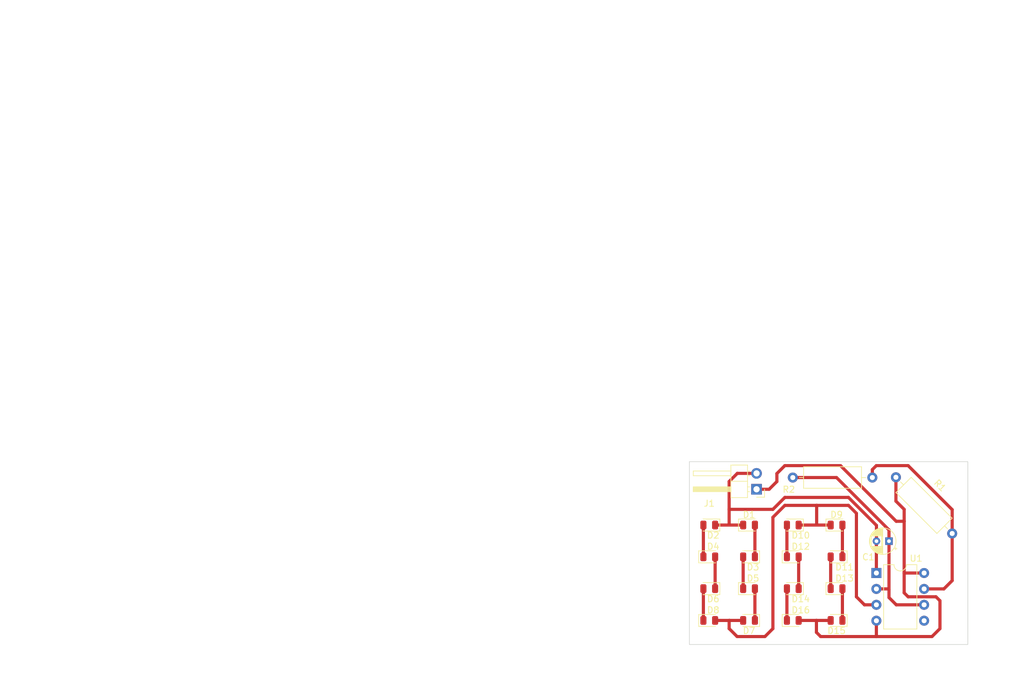
<source format=kicad_pcb>
(kicad_pcb (version 20221018) (generator pcbnew)
  (title_block (date "16.03.2023") (rev "0.1") (company "DOSTI Innovation Centre") (comment 2 "Esmaganbet D.A.") (comment 3 "Molganov A.A.") (comment 4 "Vafaev A.R.") (comment 5 "Molganov A.A.") (comment 6 "Molganov A.A.") (comment 7 "LED Matrix Development Board version 0.1"))
  (layers (0 "F.Cu" signal) (31 "B.Cu" signal) (34 "B.Paste" user) (35 "F.Paste" user) (36 "B.SilkS" user "B.Silkscreen") (37 "F.SilkS" user "F.Silkscreen") (38 "B.Mask" user) (39 "F.Mask" user) (44 "Edge.Cuts" user))
  (net 0 "")
  (net 1 "Net-(C1-Pad1)")
  (net 2 "Net-(C1-Pad2)")
  (net 3 "Net-(D1-Pad2)")
  (net 4 "Net-(D2-Pad2)")
  (net 5 "Net-(D3-Pad2)")
  (net 6 "Net-(D5-Pad2)")
  (net 7 "Net-(D6-Pad2)")
  (net 8 "Net-(D4-Pad2)")
  (net 9 "Net-(R1-Pad2)")
  (net 11 "Net-(D10-Pad1)")
  (net 12 "Net-(D11-Pad1)")
  (net 13 "Net-(D10-Pad2)")
  (net 14 "Net-(D11-Pad2)")
  (net 15 "Net-(D12-Pad2)")
  (net 16 "Net-(D13-Pad2)")
  (net 17 "Net-(D14-Pad2)")
  (net 18 "Net-(D15-Pad2)")
  (footprint "Resistor_THT:R_Axial_DIN0309_L9.0mm_D3.2mm_P12.70mm_Horizontal" (layer "F.Cu") (at 152.2816 91.3216 180)
    (fp_text reference "R2" (at 13.335 -1.905) (layer "F.SilkS"))
    (fp_text value "22k Ohm")
    (fp_line (start 1.04 0) (end 1.73 0) (stroke (width 0.12)) (layer "F.SilkS"))
    (fp_line (start 1.73 -1.72) (end 1.73 1.72) (stroke (width 0.12)) (layer "F.SilkS"))
    (fp_line (start 1.73 1.72) (end 10.97 1.72) (stroke (width 0.12)) (layer "F.SilkS"))
    (fp_line (start 10.97 -1.72) (end 1.73 -1.72) (stroke (width 0.12)) (layer "F.SilkS"))
    (fp_line (start 10.97 1.72) (end 10.97 -1.72) (stroke (width 0.12)) (layer "F.SilkS"))
    (fp_line (start 11.66 0) (end 10.97 0) (stroke (width 0.12)) (layer "F.SilkS"))
    (pad "1" thru_hole circle (at 0 0 180) (size 1.6 1.6) (drill 0.8) (layers "*.Cu" "*.Mask") (net 9 "Net-(R1-Pad2)"))
    (pad "2" thru_hole oval (at 12.7 0 180) (size 1.6 1.6) (drill 0.8) (layers "*.Cu" "*.Mask") (net 1 "Net-(C1-Pad1)"))
  )
  (footprint "LED_SMD:LED_0805_2012Metric" (layer "F.Cu") (at 126.2466 114.1466)
    (fp_text reference "D8" (at 0.635 -1.65) (layer "F.SilkS"))
    (fp_text value "LED")
    (fp_line (start -1.685 -0.96) (end -1.685 0.96) (stroke (width 0.12)) (layer "F.SilkS"))
    (fp_line (start -1.685 0.96) (end 1 0.96) (stroke (width 0.12)) (layer "F.SilkS"))
    (fp_line (start 1 -0.96) (end -1.685 -0.96) (stroke (width 0.12)) (layer "F.SilkS"))
    (pad "1" smd roundrect (at -0.9375 0) (size 0.975 1.4) (layers "F.Cu" "F.Paste" "F.Mask") (net 7 "Net-(D6-Pad2)"))
    (pad "2" smd roundrect (at 0.9375 0) (size 0.975 1.4) (layers "F.Cu" "F.Paste" "F.Mask") (net 11 "Net-(D10-Pad1)"))
  )
  (footprint "LED_SMD:LED_0805_2012Metric" (layer "F.Cu") (at 126.2466 98.9066 180)
    (fp_text reference "D2" (at -0.635 -1.65) (layer "F.SilkS"))
    (fp_text value "LED")
    (fp_line (start -1.685 -0.96) (end -1.685 0.96) (stroke (width 0.12)) (layer "F.SilkS"))
    (fp_line (start -1.685 0.96) (end 1 0.96) (stroke (width 0.12)) (layer "F.SilkS"))
    (fp_line (start 1 -0.96) (end -1.685 -0.96) (stroke (width 0.12)) (layer "F.SilkS"))
    (pad "1" smd roundrect (at -0.9375 0 180) (size 0.975 1.4) (layers "F.Cu" "F.Paste" "F.Mask") (net 2 "Net-(C1-Pad2)"))
    (pad "2" smd roundrect (at 0.9375 0 180) (size 0.975 1.4) (layers "F.Cu" "F.Paste" "F.Mask") (net 4 "Net-(D2-Pad2)"))
  )
  (footprint "Package_DIP:DIP-8_W7.62mm" (layer "F.Cu") (at 152.9266 106.5716)
    (fp_text reference "U1" (at 6.34 -2.33) (layer "F.SilkS"))
    (fp_text value "NE555P")
    (fp_line (start 1.16 -1.33) (end 1.16 8.95) (stroke (width 0.12)) (layer "F.SilkS"))
    (fp_line (start 1.16 8.95) (end 6.46 8.95) (stroke (width 0.12)) (layer "F.SilkS"))
    (fp_line (start 2.81 -1.33) (end 1.16 -1.33) (stroke (width 0.12)) (layer "F.SilkS"))
    (fp_line (start 6.46 -1.33) (end 4.81 -1.33) (stroke (width 0.12)) (layer "F.SilkS"))
    (fp_line (start 6.46 8.95) (end 6.46 -1.33) (stroke (width 0.12)) (layer "F.SilkS"))
    (fp_arc (start 4.81 -1.33) (mid 3.81 -0.33) (end 2.81 -1.33) (stroke (width 0.12)) (layer "F.SilkS"))
    (pad "1" thru_hole rect (at 0 0) (size 1.6 1.6) (drill 0.8) (layers "*.Cu" "*.Mask") (net 2 "Net-(C1-Pad2)"))
    (pad "2" thru_hole oval (at 0 2.54) (size 1.6 1.6) (drill 0.8) (layers "*.Cu" "*.Mask") (net 1 "Net-(C1-Pad1)"))
    (pad "3" thru_hole oval (at 0 5.08) (size 1.6 1.6) (drill 0.8) (layers "*.Cu" "*.Mask") (net 11 "Net-(D10-Pad1)"))
    (pad "4" thru_hole oval (at 0 7.62) (size 1.6 1.6) (drill 0.8) (layers "*.Cu" "*.Mask") (net 18 "Net-(D15-Pad2)"))
    (pad "5" thru_hole oval (at 7.62 7.62) (size 1.6 1.6) (drill 0.8) (layers "*.Cu" "*.Mask"))
    (pad "6" thru_hole oval (at 7.62 5.08) (size 1.6 1.6) (drill 0.8) (layers "*.Cu" "*.Mask") (net 1 "Net-(C1-Pad1)"))
    (pad "7" thru_hole oval (at 7.62 2.54) (size 1.6 1.6) (drill 0.8) (layers "*.Cu" "*.Mask") (net 9 "Net-(R1-Pad2)"))
    (pad "8" thru_hole oval (at 7.62 0) (size 1.6 1.6) (drill 0.8) (layers "*.Cu" "*.Mask") (net 18 "Net-(D15-Pad2)"))
  )
  (footprint "LED_SMD:LED_0805_2012Metric" (layer "F.Cu") (at 146.5666 109.0666)
    (fp_text reference "D13" (at 1.27 -1.65) (layer "F.SilkS"))
    (fp_text value "LED")
    (fp_line (start -1.685 -0.96) (end -1.685 0.96) (stroke (width 0.12)) (layer "F.SilkS"))
    (fp_line (start -1.685 0.96) (end 1 0.96) (stroke (width 0.12)) (layer "F.SilkS"))
    (fp_line (start 1 -0.96) (end -1.685 -0.96) (stroke (width 0.12)) (layer "F.SilkS"))
    (pad "1" smd roundrect (at -0.9375 0) (size 0.975 1.4) (layers "F.Cu" "F.Paste" "F.Mask") (net 14 "Net-(D11-Pad2)"))
    (pad "2" smd roundrect (at 0.9375 0) (size 0.975 1.4) (layers "F.Cu" "F.Paste" "F.Mask") (net 16 "Net-(D13-Pad2)"))
  )
  (footprint "LED_SMD:LED_0805_2012Metric" (layer "F.Cu") (at 139.5816 103.9866)
    (fp_text reference "D12" (at 1.27 -1.65) (layer "F.SilkS"))
    (fp_text value "LED")
    (fp_line (start -1.685 -0.96) (end -1.685 0.96) (stroke (width 0.12)) (layer "F.SilkS"))
    (fp_line (start -1.685 0.96) (end 1 0.96) (stroke (width 0.12)) (layer "F.SilkS"))
    (fp_line (start 1 -0.96) (end -1.685 -0.96) (stroke (width 0.12)) (layer "F.SilkS"))
    (pad "1" smd roundrect (at -0.9375 0) (size 0.975 1.4) (layers "F.Cu" "F.Paste" "F.Mask") (net 13 "Net-(D10-Pad2)"))
    (pad "2" smd roundrect (at 0.9375 0) (size 0.975 1.4) (layers "F.Cu" "F.Paste" "F.Mask") (net 15 "Net-(D12-Pad2)"))
  )
  (footprint "LED_SMD:LED_0805_2012Metric" (layer "F.Cu") (at 132.5966 114.1466 180)
    (fp_text reference "D7" (at 0 -1.65) (layer "F.SilkS"))
    (fp_text value "LED")
    (fp_line (start -1.685 -0.96) (end -1.685 0.96) (stroke (width 0.12)) (layer "F.SilkS"))
    (fp_line (start -1.685 0.96) (end 1 0.96) (stroke (width 0.12)) (layer "F.SilkS"))
    (fp_line (start 1 -0.96) (end -1.685 -0.96) (stroke (width 0.12)) (layer "F.SilkS"))
    (pad "1" smd roundrect (at -0.9375 0 180) (size 0.975 1.4) (layers "F.Cu" "F.Paste" "F.Mask") (net 6 "Net-(D5-Pad2)"))
    (pad "2" smd roundrect (at 0.9375 0 180) (size 0.975 1.4) (layers "F.Cu" "F.Paste" "F.Mask") (net 11 "Net-(D10-Pad1)"))
  )
  (footprint "Connector_PinHeader_2.54mm:PinHeader_1x02_P2.54mm_Horizontal" (layer "F.Cu") (at 133.7966 93.1916 180)
    (fp_text reference "J1" (at 7.55 -2.27) (layer "F.SilkS"))
    (fp_text value "Conn_01x02")
    (fp_line (start -1.27 -1.27) (end 0 -1.27) (stroke (width 0.12)) (layer "F.SilkS"))
    (fp_line (start -1.27 0) (end -1.27 -1.27) (stroke (width 0.12)) (layer "F.SilkS"))
    (fp_line (start 1.042929 2.16) (end 1.44 2.16) (stroke (width 0.12)) (layer "F.SilkS"))
    (fp_line (start 1.042929 2.92) (end 1.44 2.92) (stroke (width 0.12)) (layer "F.SilkS"))
    (fp_line (start 1.11 -0.38) (end 1.44 -0.38) (stroke (width 0.12)) (layer "F.SilkS"))
    (fp_line (start 1.11 0.38) (end 1.44 0.38) (stroke (width 0.12)) (layer "F.SilkS"))
    (fp_line (start 1.44 -1.33) (end 1.44 3.87) (stroke (width 0.12)) (layer "F.SilkS"))
    (fp_line (start 1.44 1.27) (end 4.1 1.27) (stroke (width 0.12)) (layer "F.SilkS"))
    (fp_line (start 1.44 3.87) (end 4.1 3.87) (stroke (width 0.12)) (layer "F.SilkS"))
    (fp_line (start 4.1 -1.33) (end 1.44 -1.33) (stroke (width 0.12)) (layer "F.SilkS"))
    (fp_line (start 4.1 -0.38) (end 10.1 -0.38) (stroke (width 0.12)) (layer "F.SilkS"))
    (fp_line (start 4.1 -0.32) (end 10.1 -0.32) (stroke (width 0.12)) (layer "F.SilkS"))
    (fp_line (start 4.1 -0.2) (end 10.1 -0.2) (stroke (width 0.12)) (layer "F.SilkS"))
    (fp_line (start 4.1 -0.08) (end 10.1 -0.08) (stroke (width 0.12)) (layer "F.SilkS"))
    (fp_line (start 4.1 0.04) (end 10.1 0.04) (stroke (width 0.12)) (layer "F.SilkS"))
    (fp_line (start 4.1 0.16) (end 10.1 0.16) (stroke (width 0.12)) (layer "F.SilkS"))
    (fp_line (start 4.1 0.28) (end 10.1 0.28) (stroke (width 0.12)) (layer "F.SilkS"))
    (fp_line (start 4.1 2.16) (end 10.1 2.16) (stroke (width 0.12)) (layer "F.SilkS"))
    (fp_line (start 4.1 3.87) (end 4.1 -1.33) (stroke (width 0.12)) (layer "F.SilkS"))
    (fp_line (start 10.1 -0.38) (end 10.1 0.38) (stroke (width 0.12)) (layer "F.SilkS"))
    (fp_line (start 10.1 0.38) (end 4.1 0.38) (stroke (width 0.12)) (layer "F.SilkS"))
    (fp_line (start 10.1 2.16) (end 10.1 2.92) (stroke (width 0.12)) (layer "F.SilkS"))
    (fp_line (start 10.1 2.92) (end 4.1 2.92) (stroke (width 0.12)) (layer "F.SilkS"))
    (pad "1" thru_hole rect (at 0 0 180) (size 1.7 1.7) (drill 1) (layers "*.Cu" "*.Mask") (net 18 "Net-(D15-Pad2)"))
    (pad "2" thru_hole oval (at 0 2.54 180) (size 1.7 1.7) (drill 1) (layers "*.Cu" "*.Mask") (net 2 "Net-(C1-Pad2)"))
  )
  (footprint "LED_SMD:LED_0805_2012Metric" (layer "F.Cu") (at 132.5966 98.9066)
    (fp_text reference "D1" (at 0 -1.65) (layer "F.SilkS"))
    (fp_text value "LED")
    (fp_line (start -1.685 -0.96) (end -1.685 0.96) (stroke (width 0.12)) (layer "F.SilkS"))
    (fp_line (start -1.685 0.96) (end 1 0.96) (stroke (width 0.12)) (layer "F.SilkS"))
    (fp_line (start 1 -0.96) (end -1.685 -0.96) (stroke (width 0.12)) (layer "F.SilkS"))
    (pad "1" smd roundrect (at -0.9375 0) (size 0.975 1.4) (layers "F.Cu" "F.Paste" "F.Mask") (net 2 "Net-(C1-Pad2)"))
    (pad "2" smd roundrect (at 0.9375 0) (size 0.975 1.4) (layers "F.Cu" "F.Paste" "F.Mask") (net 3 "Net-(D1-Pad2)"))
  )
  (footprint "LED_SMD:LED_0805_2012Metric" (layer "F.Cu") (at 139.5816 109.0666 180)
    (fp_text reference "D14" (at -1.27 -1.65) (layer "F.SilkS"))
    (fp_text value "LED")
    (fp_line (start -1.685 -0.96) (end -1.685 0.96) (stroke (width 0.12)) (layer "F.SilkS"))
    (fp_line (start -1.685 0.96) (end 1 0.96) (stroke (width 0.12)) (layer "F.SilkS"))
    (fp_line (start 1 -0.96) (end -1.685 -0.96) (stroke (width 0.12)) (layer "F.SilkS"))
    (pad "1" smd roundrect (at -0.9375 0 180) (size 0.975 1.4) (layers "F.Cu" "F.Paste" "F.Mask") (net 15 "Net-(D12-Pad2)"))
    (pad "2" smd roundrect (at 0.9375 0 180) (size 0.975 1.4) (layers "F.Cu" "F.Paste" "F.Mask") (net 17 "Net-(D14-Pad2)"))
  )
  (footprint "LED_SMD:LED_0805_2012Metric" (layer "F.Cu") (at 126.2466 109.0666 180)
    (fp_text reference "D6" (at -0.635 -1.65) (layer "F.SilkS"))
    (fp_text value "LED")
    (fp_line (start -1.685 -0.96) (end -1.685 0.96) (stroke (width 0.12)) (layer "F.SilkS"))
    (fp_line (start -1.685 0.96) (end 1 0.96) (stroke (width 0.12)) (layer "F.SilkS"))
    (fp_line (start 1 -0.96) (end -1.685 -0.96) (stroke (width 0.12)) (layer "F.SilkS"))
    (pad "1" smd roundrect (at -0.9375 0 180) (size 0.975 1.4) (layers "F.Cu" "F.Paste" "F.Mask") (net 8 "Net-(D4-Pad2)"))
    (pad "2" smd roundrect (at 0.9375 0 180) (size 0.975 1.4) (layers "F.Cu" "F.Paste" "F.Mask") (net 7 "Net-(D6-Pad2)"))
  )
  (footprint "LED_SMD:LED_0805_2012Metric" (layer "F.Cu") (at 139.5816 98.9066 180)
    (fp_text reference "D10" (at -1.27 -1.65) (layer "F.SilkS"))
    (fp_text value "LED")
    (fp_line (start -1.685 -0.96) (end -1.685 0.96) (stroke (width 0.12)) (layer "F.SilkS"))
    (fp_line (start -1.685 0.96) (end 1 0.96) (stroke (width 0.12)) (layer "F.SilkS"))
    (fp_line (start 1 -0.96) (end -1.685 -0.96) (stroke (width 0.12)) (layer "F.SilkS"))
    (pad "1" smd roundrect (at -0.9375 0 180) (size 0.975 1.4) (layers "F.Cu" "F.Paste" "F.Mask") (net 11 "Net-(D10-Pad1)"))
    (pad "2" smd roundrect (at 0.9375 0 180) (size 0.975 1.4) (layers "F.Cu" "F.Paste" "F.Mask") (net 13 "Net-(D10-Pad2)"))
  )
  (footprint "LED_SMD:LED_0805_2012Metric" (layer "F.Cu") (at 139.5816 114.1466)
    (fp_text reference "D16" (at 1.27 -1.65) (layer "F.SilkS"))
    (fp_text value "LED")
    (fp_line (start -1.685 -0.96) (end -1.685 0.96) (stroke (width 0.12)) (layer "F.SilkS"))
    (fp_line (start -1.685 0.96) (end 1 0.96) (stroke (width 0.12)) (layer "F.SilkS"))
    (fp_line (start 1 -0.96) (end -1.685 -0.96) (stroke (width 0.12)) (layer "F.SilkS"))
    (pad "1" smd roundrect (at -0.9375 0) (size 0.975 1.4) (layers "F.Cu" "F.Paste" "F.Mask") (net 17 "Net-(D14-Pad2)"))
    (pad "2" smd roundrect (at 0.9375 0) (size 0.975 1.4) (layers "F.Cu" "F.Paste" "F.Mask") (net 18 "Net-(D15-Pad2)"))
  )
  (footprint "LED_SMD:LED_0805_2012Metric" (layer "F.Cu") (at 132.5966 103.9866 180)
    (fp_text reference "D3" (at -0.635 -1.65) (layer "F.SilkS"))
    (fp_text value "LED")
    (fp_line (start -1.685 -0.96) (end -1.685 0.96) (stroke (width 0.12)) (layer "F.SilkS"))
    (fp_line (start -1.685 0.96) (end 1 0.96) (stroke (width 0.12)) (layer "F.SilkS"))
    (fp_line (start 1 -0.96) (end -1.685 -0.96) (stroke (width 0.12)) (layer "F.SilkS"))
    (pad "1" smd roundrect (at -0.9375 0 180) (size 0.975 1.4) (layers "F.Cu" "F.Paste" "F.Mask") (net 3 "Net-(D1-Pad2)"))
    (pad "2" smd roundrect (at 0.9375 0 180) (size 0.975 1.4) (layers "F.Cu" "F.Paste" "F.Mask") (net 5 "Net-(D3-Pad2)"))
  )
  (footprint "Capacitor_THT:CP_Radial_D4.0mm_P2.00mm" (layer "F.Cu") (at 154.94 101.4816 180)
    (fp_text reference "C1" (at 3.2934 -2.54) (layer "F.SilkS"))
    (fp_text value "10uF")
    (fp_line (start -1.269801 -1.195) (end -0.869801 -1.195) (stroke (width 0.12)) (layer "F.SilkS"))
    (fp_line (start -1.069801 -1.395) (end -1.069801 -0.995) (stroke (width 0.12)) (layer "F.SilkS"))
    (fp_line (start 1 -2.08) (end 1 2.08) (stroke (width 0.12)) (layer "F.SilkS"))
    (fp_line (start 1.04 -2.08) (end 1.04 2.08) (stroke (width 0.12)) (layer "F.SilkS"))
    (fp_line (start 1.08 -2.079) (end 1.08 2.079) (stroke (width 0.12)) (layer "F.SilkS"))
    (fp_line (start 1.12 -2.077) (end 1.12 2.077) (stroke (width 0.12)) (layer "F.SilkS"))
    (fp_line (start 1.16 -2.074) (end 1.16 2.074) (stroke (width 0.12)) (layer "F.SilkS"))
    (fp_line (start 1.2 -2.071) (end 1.2 -0.84) (stroke (width 0.12)) (layer "F.SilkS"))
    (fp_line (start 1.2 0.84) (end 1.2 2.071) (stroke (width 0.12)) (layer "F.SilkS"))
    (fp_line (start 1.24 -2.067) (end 1.24 -0.84) (stroke (width 0.12)) (layer "F.SilkS"))
    (fp_line (start 1.24 0.84) (end 1.24 2.067) (stroke (width 0.12)) (layer "F.SilkS"))
    (fp_line (start 1.28 -2.062) (end 1.28 -0.84) (stroke (width 0.12)) (layer "F.SilkS"))
    (fp_line (start 1.28 0.84) (end 1.28 2.062) (stroke (width 0.12)) (layer "F.SilkS"))
    (fp_line (start 1.32 -2.056) (end 1.32 -0.84) (stroke (width 0.12)) (layer "F.SilkS"))
    (fp_line (start 1.32 0.84) (end 1.32 2.056) (stroke (width 0.12)) (layer "F.SilkS"))
    (fp_line (start 1.36 -2.05) (end 1.36 -0.84) (stroke (width 0.12)) (layer "F.SilkS"))
    (fp_line (start 1.36 0.84) (end 1.36 2.05) (stroke (width 0.12)) (layer "F.SilkS"))
    (fp_line (start 1.4 -2.042) (end 1.4 -0.84) (stroke (width 0.12)) (layer "F.SilkS"))
    (fp_line (start 1.4 0.84) (end 1.4 2.042) (stroke (width 0.12)) (layer "F.SilkS"))
    (fp_line (start 1.44 -2.034) (end 1.44 -0.84) (stroke (width 0.12)) (layer "F.SilkS"))
    (fp_line (start 1.44 0.84) (end 1.44 2.034) (stroke (width 0.12)) (layer "F.SilkS"))
    (fp_line (start 1.48 -2.025) (end 1.48 -0.84) (stroke (width 0.12)) (layer "F.SilkS"))
    (fp_line (start 1.48 0.84) (end 1.48 2.025) (stroke (width 0.12)) (layer "F.SilkS"))
    (fp_line (start 1.52 -2.016) (end 1.52 -0.84) (stroke (width 0.12)) (layer "F.SilkS"))
    (fp_line (start 1.52 0.84) (end 1.52 2.016) (stroke (width 0.12)) (layer "F.SilkS"))
    (fp_line (start 1.56 -2.005) (end 1.56 -0.84) (stroke (width 0.12)) (layer "F.SilkS"))
    (fp_line (start 1.56 0.84) (end 1.56 2.005) (stroke (width 0.12)) (layer "F.SilkS"))
    (fp_line (start 1.6 -1.994) (end 1.6 -0.84) (stroke (width 0.12)) (layer "F.SilkS"))
    (fp_line (start 1.6 0.84) (end 1.6 1.994) (stroke (width 0.12)) (layer "F.SilkS"))
    (fp_line (start 1.64 -1.982) (end 1.64 -0.84) (stroke (width 0.12)) (layer "F.SilkS"))
    (fp_line (start 1.64 0.84) (end 1.64 1.982) (stroke (width 0.12)) (layer "F.SilkS"))
    (fp_line (start 1.68 -1.968) (end 1.68 -0.84) (stroke (width 0.12)) (layer "F.SilkS"))
    (fp_line (start 1.68 0.84) (end 1.68 1.968) (stroke (width 0.12)) (layer "F.SilkS"))
    (fp_line (start 1.721 -1.954) (end 1.721 -0.84) (stroke (width 0.12)) (layer "F.SilkS"))
    (fp_line (start 1.721 0.84) (end 1.721 1.954) (stroke (width 0.12)) (layer "F.SilkS"))
    (fp_line (start 1.761 -1.94) (end 1.761 -0.84) (stroke (width 0.12)) (layer "F.SilkS"))
    (fp_line (start 1.761 0.84) (end 1.761 1.94) (stroke (width 0.12)) (layer "F.SilkS"))
    (fp_line (start 1.801 -1.924) (end 1.801 -0.84) (stroke (width 0.12)) (layer "F.SilkS"))
    (fp_line (start 1.801 0.84) (end 1.801 1.924) (stroke (width 0.12)) (layer "F.SilkS"))
    (fp_line (start 1.841 -1.907) (end 1.841 -0.84) (stroke (width 0.12)) (layer "F.SilkS"))
    (fp_line (start 1.841 0.84) (end 1.841 1.907) (stroke (width 0.12)) (layer "F.SilkS"))
    (fp_line (start 1.881 -1.889) (end 1.881 -0.84) (stroke (width 0.12)) (layer "F.SilkS"))
    (fp_line (start 1.881 0.84) (end 1.881 1.889) (stroke (width 0.12)) (layer "F.SilkS"))
    (fp_line (start 1.921 -1.87) (end 1.921 -0.84) (stroke (width 0.12)) (layer "F.SilkS"))
    (fp_line (start 1.921 0.84) (end 1.921 1.87) (stroke (width 0.12)) (layer "F.SilkS"))
    (fp_line (start 1.961 -1.851) (end 1.961 -0.84) (stroke (width 0.12)) (layer "F.SilkS"))
    (fp_line (start 1.961 0.84) (end 1.961 1.851) (stroke (width 0.12)) (layer "F.SilkS"))
    (fp_line (start 2.001 -1.83) (end 2.001 -0.84) (stroke (width 0.12)) (layer "F.SilkS"))
    (fp_line (start 2.001 0.84) (end 2.001 1.83) (stroke (width 0.12)) (layer "F.SilkS"))
    (fp_line (start 2.041 -1.808) (end 2.041 -0.84) (stroke (width 0.12)) (layer "F.SilkS"))
    (fp_line (start 2.041 0.84) (end 2.041 1.808) (stroke (width 0.12)) (layer "F.SilkS"))
    (fp_line (start 2.081 -1.785) (end 2.081 -0.84) (stroke (width 0.12)) (layer "F.SilkS"))
    (fp_line (start 2.081 0.84) (end 2.081 1.785) (stroke (width 0.12)) (layer "F.SilkS"))
    (fp_line (start 2.121 -1.76) (end 2.121 -0.84) (stroke (width 0.12)) (layer "F.SilkS"))
    (fp_line (start 2.121 0.84) (end 2.121 1.76) (stroke (width 0.12)) (layer "F.SilkS"))
    (fp_line (start 2.161 -1.735) (end 2.161 -0.84) (stroke (width 0.12)) (layer "F.SilkS"))
    (fp_line (start 2.161 0.84) (end 2.161 1.735) (stroke (width 0.12)) (layer "F.SilkS"))
    (fp_line (start 2.201 -1.708) (end 2.201 -0.84) (stroke (width 0.12)) (layer "F.SilkS"))
    (fp_line (start 2.201 0.84) (end 2.201 1.708) (stroke (width 0.12)) (layer "F.SilkS"))
    (fp_line (start 2.241 -1.68) (end 2.241 -0.84) (stroke (width 0.12)) (layer "F.SilkS"))
    (fp_line (start 2.241 0.84) (end 2.241 1.68) (stroke (width 0.12)) (layer "F.SilkS"))
    (fp_line (start 2.281 -1.65) (end 2.281 -0.84) (stroke (width 0.12)) (layer "F.SilkS"))
    (fp_line (start 2.281 0.84) (end 2.281 1.65) (stroke (width 0.12)) (layer "F.SilkS"))
    (fp_line (start 2.321 -1.619) (end 2.321 -0.84) (stroke (width 0.12)) (layer "F.SilkS"))
    (fp_line (start 2.321 0.84) (end 2.321 1.619) (stroke (width 0.12)) (layer "F.SilkS"))
    (fp_line (start 2.361 -1.587) (end 2.361 -0.84) (stroke (width 0.12)) (layer "F.SilkS"))
    (fp_line (start 2.361 0.84) (end 2.361 1.587) (stroke (width 0.12)) (layer "F.SilkS"))
    (fp_line (start 2.401 -1.552) (end 2.401 -0.84) (stroke (width 0.12)) (layer "F.SilkS"))
    (fp_line (start 2.401 0.84) (end 2.401 1.552) (stroke (width 0.12)) (layer "F.SilkS"))
    (fp_line (start 2.441 -1.516) (end 2.441 -0.84) (stroke (width 0.12)) (layer "F.SilkS"))
    (fp_line (start 2.441 0.84) (end 2.441 1.516) (stroke (width 0.12)) (layer "F.SilkS"))
    (fp_line (start 2.481 -1.478) (end 2.481 -0.84) (stroke (width 0.12)) (layer "F.SilkS"))
    (fp_line (start 2.481 0.84) (end 2.481 1.478) (stroke (width 0.12)) (layer "F.SilkS"))
    (fp_line (start 2.521 -1.438) (end 2.521 -0.84) (stroke (width 0.12)) (layer "F.SilkS"))
    (fp_line (start 2.521 0.84) (end 2.521 1.438) (stroke (width 0.12)) (layer "F.SilkS"))
    (fp_line (start 2.561 -1.396) (end 2.561 -0.84) (stroke (width 0.12)) (layer "F.SilkS"))
    (fp_line (start 2.561 0.84) (end 2.561 1.396) (stroke (width 0.12)) (layer "F.SilkS"))
    (fp_line (start 2.601 -1.351) (end 2.601 -0.84) (stroke (width 0.12)) (layer "F.SilkS"))
    (fp_line (start 2.601 0.84) (end 2.601 1.351) (stroke (width 0.12)) (layer "F.SilkS"))
    (fp_line (start 2.641 -1.304) (end 2.641 -0.84) (stroke (width 0.12)) (layer "F.SilkS"))
    (fp_line (start 2.641 0.84) (end 2.641 1.304) (stroke (width 0.12)) (layer "F.SilkS"))
    (fp_line (start 2.681 -1.254) (end 2.681 -0.84) (stroke (width 0.12)) (layer "F.SilkS"))
    (fp_line (start 2.681 0.84) (end 2.681 1.254) (stroke (width 0.12)) (layer "F.SilkS"))
    (fp_line (start 2.721 -1.2) (end 2.721 -0.84) (stroke (width 0.12)) (layer "F.SilkS"))
    (fp_line (start 2.721 0.84) (end 2.721 1.2) (stroke (width 0.12)) (layer "F.SilkS"))
    (fp_line (start 2.761 -1.142) (end 2.761 -0.84) (stroke (width 0.12)) (layer "F.SilkS"))
    (fp_line (start 2.761 0.84) (end 2.761 1.142) (stroke (width 0.12)) (layer "F.SilkS"))
    (fp_line (start 2.801 -1.08) (end 2.801 -0.84) (stroke (width 0.12)) (layer "F.SilkS"))
    (fp_line (start 2.801 0.84) (end 2.801 1.08) (stroke (width 0.12)) (layer "F.SilkS"))
    (fp_line (start 2.841 -1.013) (end 2.841 1.013) (stroke (width 0.12)) (layer "F.SilkS"))
    (fp_line (start 2.881 -0.94) (end 2.881 0.94) (stroke (width 0.12)) (layer "F.SilkS"))
    (fp_line (start 2.921 -0.859) (end 2.921 0.859) (stroke (width 0.12)) (layer "F.SilkS"))
    (fp_line (start 2.961 -0.768) (end 2.961 0.768) (stroke (width 0.12)) (layer "F.SilkS"))
    (fp_line (start 3.001 -0.664) (end 3.001 0.664) (stroke (width 0.12)) (layer "F.SilkS"))
    (fp_line (start 3.041 -0.537) (end 3.041 0.537) (stroke (width 0.12)) (layer "F.SilkS"))
    (fp_line (start 3.081 -0.37) (end 3.081 0.37) (stroke (width 0.12)) (layer "F.SilkS"))
    (fp_circle (center 1 0) (end 3.12 0) (stroke (width 0.12)) (fill none) (layer "F.SilkS"))
    (pad "1" thru_hole rect (at 0 0 180) (size 1.2 1.2) (drill 0.6) (layers "*.Cu" "*.Mask") (net 1 "Net-(C1-Pad1)"))
    (pad "2" thru_hole circle (at 2 0 180) (size 1.2 1.2) (drill 0.6) (layers "*.Cu" "*.Mask") (net 2 "Net-(C1-Pad2)"))
  )
  (footprint "LED_SMD:LED_0805_2012Metric" (layer "F.Cu") (at 126.2466 103.9866)
    (fp_text reference "D4" (at 0.635 -1.65) (layer "F.SilkS"))
    (fp_text value "LED")
    (fp_line (start -1.685 -0.96) (end -1.685 0.96) (stroke (width 0.12)) (layer "F.SilkS"))
    (fp_line (start -1.685 0.96) (end 1 0.96) (stroke (width 0.12)) (layer "F.SilkS"))
    (fp_line (start 1 -0.96) (end -1.685 -0.96) (stroke (width 0.12)) (layer "F.SilkS"))
    (pad "1" smd roundrect (at -0.9375 0) (size 0.975 1.4) (layers "F.Cu" "F.Paste" "F.Mask") (net 4 "Net-(D2-Pad2)"))
    (pad "2" smd roundrect (at 0.9375 0) (size 0.975 1.4) (layers "F.Cu" "F.Paste" "F.Mask") (net 8 "Net-(D4-Pad2)"))
  )
  (footprint "LED_SMD:LED_0805_2012Metric" (layer "F.Cu") (at 146.5666 114.1466 180)
    (fp_text reference "D15" (at 0 -1.65) (layer "F.SilkS"))
    (fp_text value "LED")
    (fp_line (start -1.685 -0.96) (end -1.685 0.96) (stroke (width 0.12)) (layer "F.SilkS"))
    (fp_line (start -1.685 0.96) (end 1 0.96) (stroke (width 0.12)) (layer "F.SilkS"))
    (fp_line (start 1 -0.96) (end -1.685 -0.96) (stroke (width 0.12)) (layer "F.SilkS"))
    (pad "1" smd roundrect (at -0.9375 0 180) (size 0.975 1.4) (layers "F.Cu" "F.Paste" "F.Mask") (net 16 "Net-(D13-Pad2)"))
    (pad "2" smd roundrect (at 0.9375 0 180) (size 0.975 1.4) (layers "F.Cu" "F.Paste" "F.Mask") (net 18 "Net-(D15-Pad2)"))
  )
  (footprint "Resistor_THT:R_Axial_DIN0309_L9.0mm_D3.2mm_P12.70mm_Horizontal" (layer "F.Cu") (at 156.046472 91.276472 -45)
    (fp_text reference "R1" (at 5.900987 -4.041115 135) (layer "F.SilkS"))
    (fp_text value "100k Ohm")
    (fp_line (start 1.04 0) (end 1.73 0) (stroke (width 0.12)) (layer "F.SilkS"))
    (fp_line (start 1.73 -1.72) (end 1.73 1.72) (stroke (width 0.12)) (layer "F.SilkS"))
    (fp_line (start 1.73 1.72) (end 10.97 1.72) (stroke (width 0.12)) (layer "F.SilkS"))
    (fp_line (start 10.97 -1.72) (end 1.73 -1.72) (stroke (width 0.12)) (layer "F.SilkS"))
    (fp_line (start 10.97 1.72) (end 10.97 -1.72) (stroke (width 0.12)) (layer "F.SilkS"))
    (fp_line (start 11.66 0) (end 10.97 0) (stroke (width 0.12)) (layer "F.SilkS"))
    (pad "1" thru_hole circle (at 0 0 315) (size 1.6 1.6) (drill 0.8) (layers "*.Cu" "*.Mask") (net 18 "Net-(D15-Pad2)"))
    (pad "2" thru_hole oval (at 12.7 0 315) (size 1.6 1.6) (drill 0.8) (layers "*.Cu" "*.Mask") (net 9 "Net-(R1-Pad2)"))
  )
  (footprint "LED_SMD:LED_0805_2012Metric" (layer "F.Cu") (at 146.5666 98.9066)
    (fp_text reference "D9" (at 0 -1.65) (layer "F.SilkS"))
    (fp_text value "LED")
    (fp_line (start -1.685 -0.96) (end -1.685 0.96) (stroke (width 0.12)) (layer "F.SilkS"))
    (fp_line (start -1.685 0.96) (end 1 0.96) (stroke (width 0.12)) (layer "F.SilkS"))
    (fp_line (start 1 -0.96) (end -1.685 -0.96) (stroke (width 0.12)) (layer "F.SilkS"))
    (pad "1" smd roundrect (at -0.9375 0) (size 0.975 1.4) (layers "F.Cu" "F.Paste" "F.Mask") (net 11 "Net-(D10-Pad1)"))
    (pad "2" smd roundrect (at 0.9375 0) (size 0.975 1.4) (layers "F.Cu" "F.Paste" "F.Mask") (net 12 "Net-(D11-Pad1)"))
  )
  (footprint "LED_SMD:LED_0805_2012Metric" (layer "F.Cu") (at 146.5666 103.9866 180)
    (fp_text reference "D11" (at -1.27 -1.65) (layer "F.SilkS"))
    (fp_text value "LED")
    (fp_line (start -1.685 -0.96) (end -1.685 0.96) (stroke (width 0.12)) (layer "F.SilkS"))
    (fp_line (start -1.685 0.96) (end 1 0.96) (stroke (width 0.12)) (layer "F.SilkS"))
    (fp_line (start 1 -0.96) (end -1.685 -0.96) (stroke (width 0.12)) (layer "F.SilkS"))
    (pad "1" smd roundrect (at -0.9375 0 180) (size 0.975 1.4) (layers "F.Cu" "F.Paste" "F.Mask") (net 12 "Net-(D11-Pad1)"))
    (pad "2" smd roundrect (at 0.9375 0 180) (size 0.975 1.4) (layers "F.Cu" "F.Paste" "F.Mask") (net 14 "Net-(D11-Pad2)"))
  )
  (footprint "LED_SMD:LED_0805_2012Metric" (layer "F.Cu") (at 132.5966 109.0666)
    (fp_text reference "D5" (at 0.635 -1.65) (layer "F.SilkS"))
    (fp_text value "LED")
    (fp_line (start -1.685 -0.96) (end -1.685 0.96) (stroke (width 0.12)) (layer "F.SilkS"))
    (fp_line (start -1.685 0.96) (end 1 0.96) (stroke (width 0.12)) (layer "F.SilkS"))
    (fp_line (start 1 -0.96) (end -1.685 -0.96) (stroke (width 0.12)) (layer "F.SilkS"))
    (pad "1" smd roundrect (at -0.9375 0) (size 0.975 1.4) (layers "F.Cu" "F.Paste" "F.Mask") (net 5 "Net-(D3-Pad2)"))
    (pad "2" smd roundrect (at 0.9375 0) (size 0.975 1.4) (layers "F.Cu" "F.Paste" "F.Mask") (net 6 "Net-(D5-Pad2)"))
  )
  (gr_rect (start 123.0716 88.7816) (end 167.5216 117.9916) (stroke (width 0.1)) (fill none) (layer "Edge.Cuts"))
  (segment (start 156.1016 111.6516) (end 160.5466 111.6516) (width 0.5) (layer "F.Cu") (net 1))
  (segment (start 146.5666 91.3216) (end 139.5816 91.3216) (width 0.5) (layer "F.Cu") (net 1))
  (segment (start 154.94 110.49) (end 156.1016 111.6516) (width 0.5) (layer "F.Cu") (net 1))
  (segment (start 152.9266 109.1116) (end 154.8316 109.1116) (width 0.5) (layer "F.Cu") (net 1))
  (segment (start 154.94 109.22) (end 154.94 110.49) (width 0.5) (layer "F.Cu") (net 1))
  (segment (start 154.94 101.4816) (end 154.94 109.22) (width 0.5) (layer "F.Cu") (net 1))
  (segment (start 154.94 99.695) (end 146.5666 91.3216) (width 0.5) (layer "F.Cu") (net 1))
  (segment (start 154.94 101.4816) (end 154.94 99.695) (width 0.5) (layer "F.Cu") (net 1))
  (segment (start 154.8316 109.1116) (end 154.94 109.22) (width 0.5) (layer "F.Cu") (net 1))
  (segment (start 129.4216 91.9566) (end 129.4216 96.4016) (width 0.5) (layer "F.Cu") (net 2))
  (segment (start 152.94 98.965) (end 148.4716 94.4966) (width 0.5) (layer "F.Cu") (net 2))
  (segment (start 133.7966 90.6516) (end 130.7266 90.6516) (width 0.5) (layer "F.Cu") (net 2))
  (segment (start 152.9266 101.495) (end 152.94 101.4816) (width 0.5) (layer "F.Cu") (net 2))
  (segment (start 148.4716 94.4966) (end 138.3116 94.4966) (width 0.5) (layer "F.Cu") (net 2))
  (segment (start 129.4216 96.4016) (end 129.4216 98.8716) (width 0.5) (layer "F.Cu") (net 2))
  (segment (start 136.4066 96.4016) (end 129.4216 96.4016) (width 0.5) (layer "F.Cu") (net 2))
  (segment (start 129.4566 98.9066) (end 131.6591 98.9066) (width 0.5) (layer "F.Cu") (net 2))
  (segment (start 129.4216 98.8716) (end 129.4566 98.9066) (width 0.5) (layer "F.Cu") (net 2))
  (segment (start 152.94 101.4816) (end 152.94 98.965) (width 0.5) (layer "F.Cu") (net 2))
  (segment (start 127.1841 98.9066) (end 129.4566 98.9066) (width 0.5) (layer "F.Cu") (net 2))
  (segment (start 138.3116 94.4966) (end 136.4066 96.4016) (width 0.5) (layer "F.Cu") (net 2))
  (segment (start 130.7266 90.6516) (end 129.4216 91.9566) (width 0.5) (layer "F.Cu") (net 2))
  (segment (start 152.9266 106.5716) (end 152.9266 101.495) (width 0.5) (layer "F.Cu") (net 2))
  (segment (start 133.5341 103.9866) (end 133.5341 98.9066) (width 0.5) (layer "F.Cu") (net 3))
  (segment (start 125.3091 98.9066) (end 125.3091 103.9866) (width 0.5) (layer "F.Cu") (net 4))
  (segment (start 131.6591 103.9866) (end 131.6591 109.0666) (width 0.5) (layer "F.Cu") (net 5))
  (segment (start 133.5341 109.0666) (end 133.5341 114.1466) (width 0.5) (layer "F.Cu") (net 6))
  (segment (start 125.3091 109.0666) (end 125.3091 114.1466) (width 0.5) (layer "F.Cu") (net 7))
  (segment (start 127.1841 103.9866) (end 127.1841 109.0666) (width 0.5) (layer "F.Cu") (net 8))
  (segment (start 160.5466 109.1116) (end 163.7016 109.1116) (width 0.5) (layer "F.Cu") (net 9))
  (segment (start 157.9966 89.4166) (end 152.9166 89.4166) (width 0.5) (layer "F.Cu") (net 9))
  (segment (start 163.7016 109.1116) (end 165.026728 107.786472) (width 0.5) (layer "F.Cu") (net 9))
  (segment (start 165.026728 96.446728) (end 157.9966 89.4166) (width 0.5) (layer "F.Cu") (net 9))
  (segment (start 165.026728 100.256728) (end 165.026728 96.446728) (width 0.5) (layer "F.Cu") (net 9))
  (segment (start 165.026728 107.786472) (end 165.026728 100.256728) (width 0.5) (layer "F.Cu") (net 9))
  (segment (start 152.9166 89.4166) (end 152.2816 90.0516) (width 0.5) (layer "F.Cu") (net 9))
  (segment (start 152.2816 90.0516) (end 152.2816 91.3216) (width 0.5) (layer "F.Cu") (net 9))
  (segment (start 136.4066 115.4516) (end 136.4066 97.6716) (width 0.5) (layer "F.Cu") (net 11))
  (segment (start 151.0216 111.6516) (end 149.7416 110.3716) (width 0.5) (layer "F.Cu") (net 11))
  (segment (start 143.3916 98.8716) (end 143.3916 95.7666) (width 0.5) (layer "F.Cu") (net 11))
  (segment (start 129.4566 114.1466) (end 129.4216 114.1816) (width 0.5) (layer "F.Cu") (net 11))
  (segment (start 143.3916 95.7666) (end 148.4716 95.7666) (width 0.5) (layer "F.Cu") (net 11))
  (segment (start 140.5191 98.9066) (end 143.4266 98.9066) (width 0.5) (layer "F.Cu") (net 11))
  (segment (start 127.1841 114.1466) (end 129.4566 114.1466) (width 0.5) (layer "F.Cu") (net 11))
  (segment (start 129.4216 115.4516) (end 130.6916 116.7216) (width 0.5) (layer "F.Cu") (net 11))
  (segment (start 152.9266 111.6516) (end 151.0216 111.6516) (width 0.5) (layer "F.Cu") (net 11))
  (segment (start 130.6916 116.7216) (end 135.1366 116.7216) (width 0.5) (layer "F.Cu") (net 11))
  (segment (start 148.4716 95.7666) (end 149.7416 97.0366) (width 0.5) (layer "F.Cu") (net 11))
  (segment (start 129.4216 114.1816) (end 129.4216 115.4516) (width 0.5) (layer "F.Cu") (net 11))
  (segment (start 143.4266 98.9066) (end 145.6291 98.9066) (width 0.5) (layer "F.Cu") (net 11))
  (segment (start 136.4066 97.6716) (end 138.3116 95.7666) (width 0.5) (layer "F.Cu") (net 11))
  (segment (start 143.4266 98.9066) (end 143.3916 98.8716) (width 0.5) (layer "F.Cu") (net 11))
  (segment (start 135.1366 116.7216) (end 136.4066 115.4516) (width 0.5) (layer "F.Cu") (net 11))
  (segment (start 138.3116 95.7666) (end 143.3916 95.7666) (width 0.5) (layer "F.Cu") (net 11))
  (segment (start 149.7416 97.0366) (end 149.7416 110.3716) (width 0.5) (layer "F.Cu") (net 11))
  (segment (start 129.4566 114.1466) (end 131.6591 114.1466) (width 0.5) (layer "F.Cu") (net 11))
  (segment (start 147.5041 103.9866) (end 147.5041 98.9066) (width 0.5) (layer "F.Cu") (net 12))
  (segment (start 138.6441 98.9066) (end 138.6441 103.9866) (width 0.5) (layer "F.Cu") (net 13))
  (segment (start 145.6291 103.9866) (end 145.6291 109.0666) (width 0.5) (layer "F.Cu") (net 14))
  (segment (start 140.5191 103.9866) (end 140.5191 109.0666) (width 0.5) (layer "F.Cu") (net 15))
  (segment (start 147.5041 109.0666) (end 147.5041 114.1466) (width 0.5) (layer "F.Cu") (net 16))
  (segment (start 138.6441 109.0666) (end 138.6441 114.1466) (width 0.5) (layer "F.Cu") (net 17))
  (segment (start 152.908 116.7216) (end 161.8066 116.7216) (width 0.5) (layer "F.Cu") (net 18))
  (segment (start 157.9966 110.3716) (end 157.3616 109.7366) (width 0.5) (layer "F.Cu") (net 18))
  (segment (start 161.8066 116.7216) (end 163.0766 115.4516) (width 0.5) (layer "F.Cu") (net 18))
  (segment (start 137.0416 91.9566) (end 137.0416 90.6866) (width 0.5) (layer "F.Cu") (net 18))
  (segment (start 135.8066 93.1916) (end 137.0416 91.9566) (width 0.5) (layer "F.Cu") (net 18))
  (segment (start 156.046472 95.086472) (end 156.046472 91.276472) (width 0.5) (layer "F.Cu") (net 18))
  (segment (start 147.2016 89.4166) (end 156.0916 98.3066) (width 0.5) (layer "F.Cu") (net 18))
  (segment (start 152.9266 114.1916) (end 152.9266 116.703) (width 0.5) (layer "F.Cu") (net 18))
  (segment (start 144.0266 116.7216) (end 152.908 116.7216) (width 0.5) (layer "F.Cu") (net 18))
  (segment (start 160.5466 106.5716) (end 157.3716 106.5716) (width 0.5) (layer "F.Cu") (net 18))
  (segment (start 162.4416 110.3716) (end 157.9966 110.3716) (width 0.5) (layer "F.Cu") (net 18))
  (segment (start 143.3566 114.1466) (end 145.6291 114.1466) (width 0.5) (layer "F.Cu") (net 18))
  (segment (start 157.3616 106.5616) (end 157.3616 98.3066) (width 0.5) (layer "F.Cu") (net 18))
  (segment (start 163.0766 111.0066) (end 162.4416 110.3716) (width 0.5) (layer "F.Cu") (net 18))
  (segment (start 163.0766 115.4516) (end 163.0766 111.0066) (width 0.5) (layer "F.Cu") (net 18))
  (segment (start 137.0416 90.6866) (end 138.3116 89.4166) (width 0.5) (layer "F.Cu") (net 18))
  (segment (start 138.3116 89.4166) (end 147.2016 89.4166) (width 0.5) (layer "F.Cu") (net 18))
  (segment (start 133.7966 93.1916) (end 135.8066 93.1916) (width 0.5) (layer "F.Cu") (net 18))
  (segment (start 143.3566 116.0516) (end 144.0266 116.7216) (width 0.5) (layer "F.Cu") (net 18))
  (segment (start 143.3566 114.1466) (end 143.3566 116.0516) (width 0.5) (layer "F.Cu") (net 18))
  (segment (start 156.0916 98.3066) (end 157.3616 98.3066) (width 0.5) (layer "F.Cu") (net 18))
  (segment (start 157.3616 109.7366) (end 157.3616 106.5616) (width 0.5) (layer "F.Cu") (net 18))
  (segment (start 157.3616 96.4016) (end 156.046472 95.086472) (width 0.5) (layer "F.Cu") (net 18))
  (segment (start 152.9266 116.703) (end 152.908 116.7216) (width 0.5) (layer "F.Cu") (net 18))
  (segment (start 157.3616 98.3066) (end 157.3616 96.4016) (width 0.5) (layer "F.Cu") (net 18))
  (segment (start 157.3716 106.5716) (end 157.3616 106.5616) (width 0.5) (layer "F.Cu") (net 18))
  (segment (start 140.5191 114.1466) (end 143.3566 114.1466) (width 0.5) (layer "F.Cu") (net 18))
)
</source>
